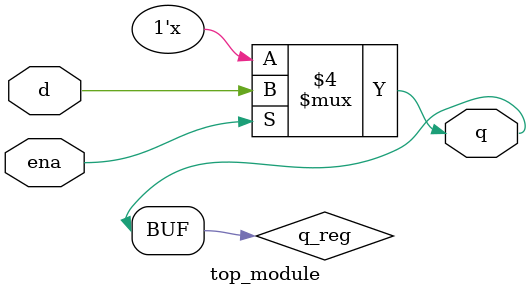
<source format=sv>
module top_module (
    input d,
    input ena,
    output logic q
);

    // Internal register to hold the value of q
    logic q_reg;

    // Initial block to initialize q
    initial begin
        q_reg = 0;
    end

    // Combinational logic to control the output q
    always_comb begin
        if (ena) begin
            q_reg = d;
        end
    end

    // Assign the internal register value to output q
    assign q = q_reg;

endmodule

</source>
